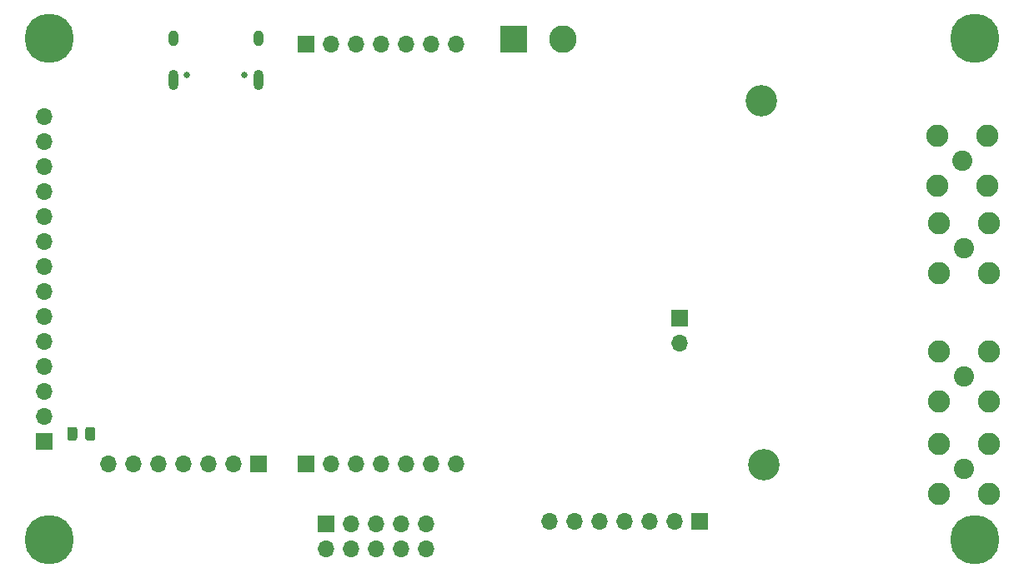
<source format=gbs>
G04 #@! TF.GenerationSoftware,KiCad,Pcbnew,(5.1.10)-1*
G04 #@! TF.CreationDate,2021-09-26T11:35:02+02:00*
G04 #@! TF.ProjectId,ESP32Controler,45535033-3243-46f6-9e74-726f6c65722e,rev?*
G04 #@! TF.SameCoordinates,Original*
G04 #@! TF.FileFunction,Soldermask,Bot*
G04 #@! TF.FilePolarity,Negative*
%FSLAX46Y46*%
G04 Gerber Fmt 4.6, Leading zero omitted, Abs format (unit mm)*
G04 Created by KiCad (PCBNEW (5.1.10)-1) date 2021-09-26 11:35:02*
%MOMM*%
%LPD*%
G01*
G04 APERTURE LIST*
%ADD10C,0.650000*%
%ADD11O,1.000000X1.600000*%
%ADD12O,1.000000X2.100000*%
%ADD13C,3.200000*%
%ADD14R,1.700000X1.700000*%
%ADD15O,1.700000X1.700000*%
%ADD16C,2.250000*%
%ADD17C,2.050000*%
%ADD18C,2.800000*%
%ADD19R,2.800000X2.800000*%
%ADD20C,0.800000*%
%ADD21C,5.000000*%
G04 APERTURE END LIST*
G36*
G01*
X44367500Y-79788598D02*
X44367500Y-80688602D01*
G75*
G02*
X44117502Y-80938600I-249998J0D01*
G01*
X43592498Y-80938600D01*
G75*
G02*
X43342500Y-80688602I0J249998D01*
G01*
X43342500Y-79788598D01*
G75*
G02*
X43592498Y-79538600I249998J0D01*
G01*
X44117502Y-79538600D01*
G75*
G02*
X44367500Y-79788598I0J-249998D01*
G01*
G37*
G36*
G01*
X46192500Y-79788598D02*
X46192500Y-80688602D01*
G75*
G02*
X45942502Y-80938600I-249998J0D01*
G01*
X45417498Y-80938600D01*
G75*
G02*
X45167500Y-80688602I0J249998D01*
G01*
X45167500Y-79788598D01*
G75*
G02*
X45417498Y-79538600I249998J0D01*
G01*
X45942502Y-79538600D01*
G75*
G02*
X46192500Y-79788598I0J-249998D01*
G01*
G37*
D10*
X61310000Y-43753000D03*
X55530000Y-43753000D03*
D11*
X54100000Y-40073000D03*
X62740000Y-40073000D03*
D12*
X54100000Y-44253000D03*
X62740000Y-44253000D03*
D13*
X113792000Y-46355000D03*
X114092000Y-83355000D03*
D14*
X105537000Y-68453000D03*
D15*
X105537000Y-70993000D03*
D16*
X131826000Y-63881000D03*
X131826000Y-58801000D03*
X136906000Y-58801000D03*
X136906000Y-63881000D03*
D17*
X134366000Y-61341000D03*
D16*
X131826000Y-76962000D03*
X131826000Y-71882000D03*
X136906000Y-71882000D03*
X136906000Y-76962000D03*
D17*
X134366000Y-74422000D03*
D16*
X131699000Y-54991000D03*
X131699000Y-49911000D03*
X136779000Y-49911000D03*
X136779000Y-54991000D03*
D17*
X134239000Y-52451000D03*
D16*
X131826000Y-86360000D03*
X131826000Y-81280000D03*
X136906000Y-81280000D03*
X136906000Y-86360000D03*
D17*
X134366000Y-83820000D03*
D15*
X41021000Y-48006000D03*
X41021000Y-50546000D03*
X41021000Y-53086000D03*
X41021000Y-55626000D03*
X41021000Y-58166000D03*
X41021000Y-60706000D03*
X41021000Y-63246000D03*
X41021000Y-65786000D03*
X41021000Y-68326000D03*
X41021000Y-70866000D03*
X41021000Y-73406000D03*
X41021000Y-75946000D03*
X41021000Y-78486000D03*
D14*
X41021000Y-81026000D03*
D15*
X79756000Y-91948000D03*
X79756000Y-89408000D03*
X77216000Y-91948000D03*
X77216000Y-89408000D03*
X74676000Y-91948000D03*
X74676000Y-89408000D03*
X72136000Y-91948000D03*
X72136000Y-89408000D03*
X69596000Y-91948000D03*
D14*
X69596000Y-89408000D03*
D18*
X93646000Y-40132000D03*
D19*
X88646000Y-40132000D03*
D15*
X47498000Y-83312000D03*
X50038000Y-83312000D03*
X52578000Y-83312000D03*
X55118000Y-83312000D03*
X57658000Y-83312000D03*
X60198000Y-83312000D03*
D14*
X62738000Y-83312000D03*
D15*
X82804000Y-40640000D03*
X80264000Y-40640000D03*
X77724000Y-40640000D03*
X75184000Y-40640000D03*
X72644000Y-40640000D03*
X70104000Y-40640000D03*
D14*
X67564000Y-40640000D03*
D15*
X82804000Y-83312000D03*
X80264000Y-83312000D03*
X77724000Y-83312000D03*
X75184000Y-83312000D03*
X72644000Y-83312000D03*
X70104000Y-83312000D03*
D14*
X67564000Y-83312000D03*
D15*
X92329000Y-89154000D03*
X94869000Y-89154000D03*
X97409000Y-89154000D03*
X99949000Y-89154000D03*
X102489000Y-89154000D03*
X105029000Y-89154000D03*
D14*
X107569000Y-89154000D03*
D20*
X42825825Y-38674175D03*
X41500000Y-38125000D03*
X40174175Y-38674175D03*
X39625000Y-40000000D03*
X40174175Y-41325825D03*
X41500000Y-41875000D03*
X42825825Y-41325825D03*
X43375000Y-40000000D03*
D21*
X41500000Y-40000000D03*
D20*
X42825825Y-89674175D03*
X41500000Y-89125000D03*
X40174175Y-89674175D03*
X39625000Y-91000000D03*
X40174175Y-92325825D03*
X41500000Y-92875000D03*
X42825825Y-92325825D03*
X43375000Y-91000000D03*
D21*
X41500000Y-91000000D03*
D20*
X136825825Y-38674175D03*
X135500000Y-38125000D03*
X134174175Y-38674175D03*
X133625000Y-40000000D03*
X134174175Y-41325825D03*
X135500000Y-41875000D03*
X136825825Y-41325825D03*
X137375000Y-40000000D03*
D21*
X135500000Y-40000000D03*
D20*
X136825825Y-89674175D03*
X135500000Y-89125000D03*
X134174175Y-89674175D03*
X133625000Y-91000000D03*
X134174175Y-92325825D03*
X135500000Y-92875000D03*
X136825825Y-92325825D03*
X137375000Y-91000000D03*
D21*
X135500000Y-91000000D03*
M02*

</source>
